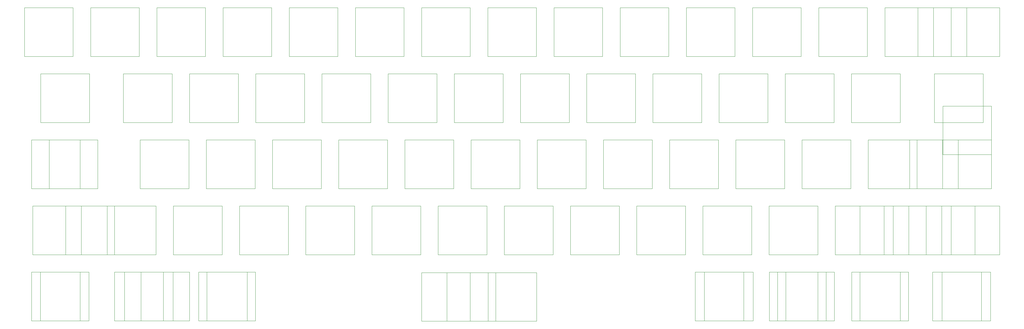
<source format=gm1>
%FSTAX23Y23*%
%MOIN*%
%SFA1B1*%

%IPPOS*%
%ADD76C,0.000000*%
G54D76*
X46559Y60553D02*
Y61104D01*
X46007D02*
X46559D01*
X46007Y60553D02*
Y61104D01*
Y60553D02*
X46559D01*
X53851Y57553D02*
Y58104D01*
X53299D02*
X53851D01*
X53299Y57553D02*
Y58104D01*
Y57553D02*
X53851D01*
X53027Y58303D02*
Y58854D01*
X52475D02*
X53027D01*
X52475Y58303D02*
Y58854D01*
Y58303D02*
X53027D01*
X53777D02*
Y58854D01*
X53225D02*
X53777D01*
X53225Y58303D02*
Y58854D01*
Y58303D02*
X53777D01*
X53964Y59053D02*
Y59604D01*
X53412D02*
X53964D01*
X53412Y59053D02*
Y59604D01*
Y59053D02*
X53964D01*
X53413Y59988D02*
X53965D01*
X53413Y59437D02*
Y59988D01*
Y59437D02*
X53965D01*
Y59988*
X53309Y60553D02*
Y61104D01*
X52757D02*
X53309D01*
X52757Y60553D02*
Y61104D01*
Y60553D02*
X53309D01*
X52932Y57553D02*
Y58104D01*
X52381D02*
X52932D01*
X52381Y57553D02*
Y58104D01*
Y57553D02*
X52932D01*
X54058Y58303D02*
Y58854D01*
X53506D02*
X54058D01*
X53506Y58303D02*
Y58854D01*
Y58303D02*
X54058D01*
X52185Y57553D02*
Y58104D01*
X51634D02*
X52185D01*
X51634Y57553D02*
Y58104D01*
Y57553D02*
X52185D01*
X51998D02*
Y58104D01*
X51447D02*
X51998D01*
X51447Y57553D02*
Y58104D01*
Y57553D02*
X51998D01*
X51263D02*
Y58104D01*
X50711D02*
X51263D01*
X50711Y57553D02*
Y58104D01*
Y57553D02*
X51263D01*
X47507Y57547D02*
Y58098D01*
Y57547D02*
X48059D01*
Y58098*
X47507D02*
X48059D01*
X4826Y57547D02*
Y58098D01*
Y57547D02*
X48811D01*
Y58098*
X4826D02*
X48811D01*
X45624Y57553D02*
Y58104D01*
X45073D02*
X45624D01*
X45073Y57553D02*
Y58104D01*
Y57553D02*
X45624D01*
X44878D02*
Y58104D01*
X44326D02*
X44878D01*
X44326Y57553D02*
Y58104D01*
Y57553D02*
X44878D01*
X44692D02*
Y58104D01*
X44141D02*
X44692D01*
X44141Y57553D02*
Y58104D01*
Y57553D02*
X44692D01*
X53955D02*
Y58104D01*
X53403D02*
X53955D01*
X53403Y57553D02*
Y58104D01*
Y57553D02*
X53955D01*
X5285Y58303D02*
X53402D01*
X5285D02*
Y58854D01*
X53402*
Y58303D02*
Y58854D01*
X53037Y59053D02*
X53589D01*
X53037D02*
Y59604D01*
X53589*
Y59053D02*
Y59604D01*
X53871Y59803D02*
Y60354D01*
X53319D02*
X53871D01*
X53319Y59803D02*
Y60354D01*
Y59803D02*
X53871D01*
X53684Y60553D02*
Y61104D01*
X53132D02*
X53684D01*
X53132Y60553D02*
Y61104D01*
Y60553D02*
X53684D01*
X53025Y57553D02*
Y58104D01*
X52474D02*
X53025D01*
X52474Y57553D02*
Y58104D01*
Y57553D02*
X53025D01*
X52746Y58303D02*
Y58854D01*
X52194D02*
X52746D01*
X52194Y58303D02*
Y58854D01*
Y58303D02*
X52746D01*
X5312Y59053D02*
Y59604D01*
X52568D02*
X5312D01*
X52568Y59053D02*
Y59604D01*
Y59053D02*
X5312D01*
X52931Y59803D02*
Y60354D01*
X52379D02*
X52931D01*
X52379Y59803D02*
Y60354D01*
Y59803D02*
X52931D01*
X52559Y60553D02*
Y61104D01*
X52007D02*
X52559D01*
X52007Y60553D02*
Y61104D01*
Y60553D02*
X52559D01*
X52091Y57553D02*
Y58104D01*
X5154D02*
X52091D01*
X5154Y57553D02*
Y58104D01*
Y57553D02*
X52091D01*
X51996Y58303D02*
Y58854D01*
X51444D02*
X51996D01*
X51444Y58303D02*
Y58854D01*
Y58303D02*
X51996D01*
X5237Y59053D02*
Y59604D01*
X51818D02*
X5237D01*
X51818Y59053D02*
Y59604D01*
Y59053D02*
X5237D01*
X52181Y59803D02*
Y60354D01*
X51629D02*
X52181D01*
X51629Y59803D02*
Y60354D01*
Y59803D02*
X52181D01*
X51809Y60553D02*
Y61104D01*
X51257D02*
X51809D01*
X51257Y60553D02*
Y61104D01*
Y60553D02*
X51809D01*
X51158Y57553D02*
Y58104D01*
X50607D02*
X51158D01*
X50607Y57553D02*
Y58104D01*
Y57553D02*
X51158D01*
X51246Y58303D02*
Y58854D01*
X50694D02*
X51246D01*
X50694Y58303D02*
Y58854D01*
Y58303D02*
X51246D01*
X5162Y59053D02*
Y59604D01*
X51068D02*
X5162D01*
X51068Y59053D02*
Y59604D01*
Y59053D02*
X5162D01*
X51431Y59803D02*
Y60354D01*
X50879D02*
X51431D01*
X50879Y59803D02*
Y60354D01*
Y59803D02*
X51431D01*
X51059Y60553D02*
Y61104D01*
X50507D02*
X51059D01*
X50507Y60553D02*
Y61104D01*
Y60553D02*
X51059D01*
X43737Y57553D02*
Y58104D01*
X43186D02*
X43737D01*
X43186Y57553D02*
Y58104D01*
Y57553D02*
X43737D01*
X54059Y60553D02*
Y61104D01*
X53507D02*
X54059D01*
X53507Y60553D02*
Y61104D01*
Y60553D02*
X54059D01*
X50496Y58303D02*
Y58854D01*
X49944D02*
X50496D01*
X49944Y58303D02*
Y58854D01*
Y58303D02*
X50496D01*
X5087Y59053D02*
Y59604D01*
X50318D02*
X5087D01*
X50318Y59053D02*
Y59604D01*
Y59053D02*
X5087D01*
X50681Y59803D02*
Y60354D01*
X50129D02*
X50681D01*
X50129Y59803D02*
Y60354D01*
Y59803D02*
X50681D01*
X50309Y60553D02*
Y61104D01*
X49757D02*
X50309D01*
X49757Y60553D02*
Y61104D01*
Y60553D02*
X50309D01*
X49746Y58303D02*
Y58854D01*
X49194D02*
X49746D01*
X49194Y58303D02*
Y58854D01*
Y58303D02*
X49746D01*
X5012Y59053D02*
Y59604D01*
X49568D02*
X5012D01*
X49568Y59053D02*
Y59604D01*
Y59053D02*
X5012D01*
X49931Y59803D02*
Y60354D01*
X49379D02*
X49931D01*
X49379Y59803D02*
Y60354D01*
Y59803D02*
X49931D01*
X49559Y60553D02*
Y61104D01*
X49007D02*
X49559D01*
X49007Y60553D02*
Y61104D01*
Y60553D02*
X49559D01*
X43652Y58303D02*
Y58854D01*
X431D02*
X43652D01*
X431Y58303D02*
Y58854D01*
Y58303D02*
X43652D01*
X48996D02*
Y58854D01*
X48444D02*
X48996D01*
X48444Y58303D02*
Y58854D01*
Y58303D02*
X48996D01*
X4937Y59053D02*
Y59604D01*
X48818D02*
X4937D01*
X48818Y59053D02*
Y59604D01*
Y59053D02*
X4937D01*
X49181Y59803D02*
Y60354D01*
X48629D02*
X49181D01*
X48629Y59803D02*
Y60354D01*
Y59803D02*
X49181D01*
X48809Y60553D02*
Y61104D01*
X48257D02*
X48809D01*
X48257Y60553D02*
Y61104D01*
Y60553D02*
X48809D01*
X48246Y58303D02*
Y58854D01*
X47694D02*
X48246D01*
X47694Y58303D02*
Y58854D01*
Y58303D02*
X48246D01*
X4862Y59053D02*
Y59604D01*
X48068D02*
X4862D01*
X48068Y59053D02*
Y59604D01*
Y59053D02*
X4862D01*
X48431Y59803D02*
Y60354D01*
X47879D02*
X48431D01*
X47879Y59803D02*
Y60354D01*
Y59803D02*
X48431D01*
X48059Y60553D02*
Y61104D01*
X47507D02*
X48059D01*
X47507Y60553D02*
Y61104D01*
Y60553D02*
X48059D01*
X43639Y59053D02*
Y59604D01*
X43087D02*
X43639D01*
X43087Y59053D02*
Y59604D01*
Y59053D02*
X43639D01*
X47794Y57547D02*
Y58098D01*
Y57547D02*
X48346D01*
Y58098*
X47794D02*
X48346D01*
X47496Y58303D02*
Y58854D01*
X46944D02*
X47496D01*
X46944Y58303D02*
Y58854D01*
Y58303D02*
X47496D01*
X4787Y59053D02*
Y59604D01*
X47318D02*
X4787D01*
X47318Y59053D02*
Y59604D01*
Y59053D02*
X4787D01*
X47681Y59803D02*
Y60354D01*
X47129D02*
X47681D01*
X47129Y59803D02*
Y60354D01*
Y59803D02*
X47681D01*
X47309Y60553D02*
Y61104D01*
X46757D02*
X47309D01*
X46757Y60553D02*
Y61104D01*
Y60553D02*
X47309D01*
X46746Y58303D02*
Y58854D01*
X46194D02*
X46746D01*
X46194Y58303D02*
Y58854D01*
Y58303D02*
X46746D01*
X4712Y59053D02*
Y59604D01*
X46568D02*
X4712D01*
X46568Y59053D02*
Y59604D01*
Y59053D02*
X4712D01*
X46931Y59803D02*
Y60354D01*
X46379D02*
X46931D01*
X46379Y59803D02*
Y60354D01*
Y59803D02*
X46931D01*
X45996Y58303D02*
Y58854D01*
X45444D02*
X45996D01*
X45444Y58303D02*
Y58854D01*
Y58303D02*
X45996D01*
X4637Y59053D02*
Y59604D01*
X45818D02*
X4637D01*
X45818Y59053D02*
Y59604D01*
Y59053D02*
X4637D01*
X46181Y59803D02*
Y60354D01*
X45629D02*
X46181D01*
X45629Y59803D02*
Y60354D01*
Y59803D02*
X46181D01*
X45809Y60553D02*
Y61104D01*
X45257D02*
X45809D01*
X45257Y60553D02*
Y61104D01*
Y60553D02*
X45809D01*
X45532Y57553D02*
Y58104D01*
X4498D02*
X45532D01*
X4498Y57553D02*
Y58104D01*
Y57553D02*
X45532D01*
X45246Y58303D02*
Y58854D01*
X44694D02*
X45246D01*
X44694Y58303D02*
Y58854D01*
Y58303D02*
X45246D01*
X4562Y59053D02*
Y59604D01*
X45068D02*
X4562D01*
X45068Y59053D02*
Y59604D01*
Y59053D02*
X4562D01*
X45431Y59803D02*
Y60354D01*
X44879D02*
X45431D01*
X44879Y59803D02*
Y60354D01*
Y59803D02*
X45431D01*
X45059Y60553D02*
Y61104D01*
X44507D02*
X45059D01*
X44507Y60553D02*
Y61104D01*
Y60553D02*
X45059D01*
X44581Y57553D02*
Y58104D01*
X44029D02*
X44581D01*
X44029Y57553D02*
Y58104D01*
Y57553D02*
X44581D01*
X44496Y58303D02*
Y58854D01*
X43944D02*
X44496D01*
X43944Y58303D02*
Y58854D01*
Y58303D02*
X44496D01*
X4487Y59053D02*
Y59604D01*
X44318D02*
X4487D01*
X44318Y59053D02*
Y59604D01*
Y59053D02*
X4487D01*
X44681Y59803D02*
Y60354D01*
X44129D02*
X44681D01*
X44129Y59803D02*
Y60354D01*
Y59803D02*
X44681D01*
X44309Y60553D02*
Y61104D01*
X43757D02*
X44309D01*
X43757Y60553D02*
Y61104D01*
Y60553D02*
X44309D01*
X43639Y57553D02*
Y58104D01*
X43087D02*
X43639D01*
X43087Y57553D02*
Y58104D01*
Y57553D02*
X43639D01*
X43475Y58303D02*
X44027D01*
X43475D02*
Y58854D01*
X44027*
Y58303D02*
Y58854D01*
X43839Y59053D02*
Y59604D01*
X43287D02*
X43839D01*
X43287Y59053D02*
Y59604D01*
Y59053D02*
X43839D01*
X43744Y59803D02*
Y60354D01*
X43192D02*
X43744D01*
X43192Y59803D02*
Y60354D01*
Y59803D02*
X43744D01*
X43559Y60553D02*
Y61104D01*
X43007D02*
X43559D01*
X43007Y60553D02*
Y61104D01*
Y60553D02*
X43559D01*
M02*
</source>
